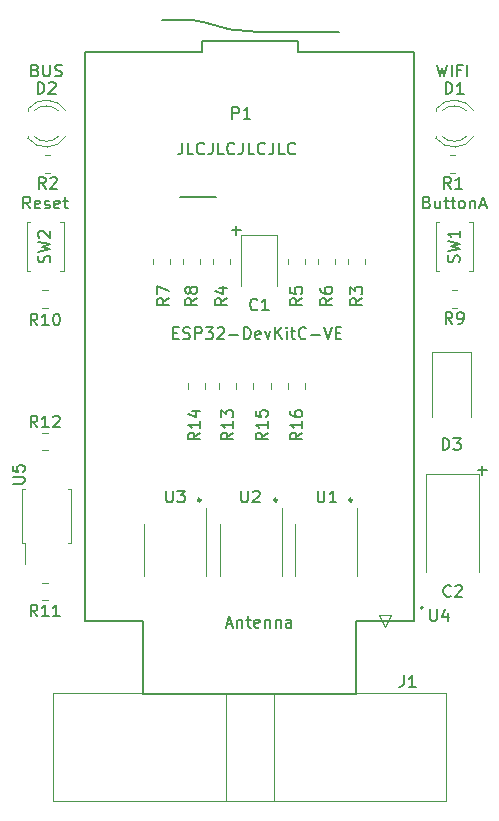
<source format=gbr>
%TF.GenerationSoftware,KiCad,Pcbnew,7.0.9*%
%TF.CreationDate,2024-01-05T00:29:13-06:00*%
%TF.ProjectId,FujiApple-DevKit-IDC-20,46756a69-4170-4706-9c65-2d4465764b69,1.0*%
%TF.SameCoordinates,Original*%
%TF.FileFunction,Legend,Top*%
%TF.FilePolarity,Positive*%
%FSLAX46Y46*%
G04 Gerber Fmt 4.6, Leading zero omitted, Abs format (unit mm)*
G04 Created by KiCad (PCBNEW 7.0.9) date 2024-01-05 00:29:13*
%MOMM*%
%LPD*%
G01*
G04 APERTURE LIST*
%ADD10C,0.225000*%
%ADD11C,0.150000*%
%ADD12C,0.200000*%
%ADD13C,0.120000*%
%ADD14C,0.127000*%
G04 APERTURE END LIST*
D10*
X163434500Y-114173000D02*
G75*
G03*
X163434500Y-114173000I-112500J0D01*
G01*
X157084500Y-114173000D02*
G75*
G03*
X157084500Y-114173000I-112500J0D01*
G01*
X150607500Y-114173000D02*
G75*
G03*
X150607500Y-114173000I-112500J0D01*
G01*
D11*
X153244779Y-91309866D02*
X154006684Y-91309866D01*
X153625731Y-91690819D02*
X153625731Y-90928914D01*
D12*
X149050951Y-83907219D02*
X149050951Y-84621504D01*
X149050951Y-84621504D02*
X149003332Y-84764361D01*
X149003332Y-84764361D02*
X148908094Y-84859600D01*
X148908094Y-84859600D02*
X148765237Y-84907219D01*
X148765237Y-84907219D02*
X148669999Y-84907219D01*
X150003332Y-84907219D02*
X149527142Y-84907219D01*
X149527142Y-84907219D02*
X149527142Y-83907219D01*
X150908094Y-84811980D02*
X150860475Y-84859600D01*
X150860475Y-84859600D02*
X150717618Y-84907219D01*
X150717618Y-84907219D02*
X150622380Y-84907219D01*
X150622380Y-84907219D02*
X150479523Y-84859600D01*
X150479523Y-84859600D02*
X150384285Y-84764361D01*
X150384285Y-84764361D02*
X150336666Y-84669123D01*
X150336666Y-84669123D02*
X150289047Y-84478647D01*
X150289047Y-84478647D02*
X150289047Y-84335790D01*
X150289047Y-84335790D02*
X150336666Y-84145314D01*
X150336666Y-84145314D02*
X150384285Y-84050076D01*
X150384285Y-84050076D02*
X150479523Y-83954838D01*
X150479523Y-83954838D02*
X150622380Y-83907219D01*
X150622380Y-83907219D02*
X150717618Y-83907219D01*
X150717618Y-83907219D02*
X150860475Y-83954838D01*
X150860475Y-83954838D02*
X150908094Y-84002457D01*
X151622380Y-83907219D02*
X151622380Y-84621504D01*
X151622380Y-84621504D02*
X151574761Y-84764361D01*
X151574761Y-84764361D02*
X151479523Y-84859600D01*
X151479523Y-84859600D02*
X151336666Y-84907219D01*
X151336666Y-84907219D02*
X151241428Y-84907219D01*
X152574761Y-84907219D02*
X152098571Y-84907219D01*
X152098571Y-84907219D02*
X152098571Y-83907219D01*
X153479523Y-84811980D02*
X153431904Y-84859600D01*
X153431904Y-84859600D02*
X153289047Y-84907219D01*
X153289047Y-84907219D02*
X153193809Y-84907219D01*
X153193809Y-84907219D02*
X153050952Y-84859600D01*
X153050952Y-84859600D02*
X152955714Y-84764361D01*
X152955714Y-84764361D02*
X152908095Y-84669123D01*
X152908095Y-84669123D02*
X152860476Y-84478647D01*
X152860476Y-84478647D02*
X152860476Y-84335790D01*
X152860476Y-84335790D02*
X152908095Y-84145314D01*
X152908095Y-84145314D02*
X152955714Y-84050076D01*
X152955714Y-84050076D02*
X153050952Y-83954838D01*
X153050952Y-83954838D02*
X153193809Y-83907219D01*
X153193809Y-83907219D02*
X153289047Y-83907219D01*
X153289047Y-83907219D02*
X153431904Y-83954838D01*
X153431904Y-83954838D02*
X153479523Y-84002457D01*
X154193809Y-83907219D02*
X154193809Y-84621504D01*
X154193809Y-84621504D02*
X154146190Y-84764361D01*
X154146190Y-84764361D02*
X154050952Y-84859600D01*
X154050952Y-84859600D02*
X153908095Y-84907219D01*
X153908095Y-84907219D02*
X153812857Y-84907219D01*
X155146190Y-84907219D02*
X154670000Y-84907219D01*
X154670000Y-84907219D02*
X154670000Y-83907219D01*
X156050952Y-84811980D02*
X156003333Y-84859600D01*
X156003333Y-84859600D02*
X155860476Y-84907219D01*
X155860476Y-84907219D02*
X155765238Y-84907219D01*
X155765238Y-84907219D02*
X155622381Y-84859600D01*
X155622381Y-84859600D02*
X155527143Y-84764361D01*
X155527143Y-84764361D02*
X155479524Y-84669123D01*
X155479524Y-84669123D02*
X155431905Y-84478647D01*
X155431905Y-84478647D02*
X155431905Y-84335790D01*
X155431905Y-84335790D02*
X155479524Y-84145314D01*
X155479524Y-84145314D02*
X155527143Y-84050076D01*
X155527143Y-84050076D02*
X155622381Y-83954838D01*
X155622381Y-83954838D02*
X155765238Y-83907219D01*
X155765238Y-83907219D02*
X155860476Y-83907219D01*
X155860476Y-83907219D02*
X156003333Y-83954838D01*
X156003333Y-83954838D02*
X156050952Y-84002457D01*
X156765238Y-83907219D02*
X156765238Y-84621504D01*
X156765238Y-84621504D02*
X156717619Y-84764361D01*
X156717619Y-84764361D02*
X156622381Y-84859600D01*
X156622381Y-84859600D02*
X156479524Y-84907219D01*
X156479524Y-84907219D02*
X156384286Y-84907219D01*
X157717619Y-84907219D02*
X157241429Y-84907219D01*
X157241429Y-84907219D02*
X157241429Y-83907219D01*
X158622381Y-84811980D02*
X158574762Y-84859600D01*
X158574762Y-84859600D02*
X158431905Y-84907219D01*
X158431905Y-84907219D02*
X158336667Y-84907219D01*
X158336667Y-84907219D02*
X158193810Y-84859600D01*
X158193810Y-84859600D02*
X158098572Y-84764361D01*
X158098572Y-84764361D02*
X158050953Y-84669123D01*
X158050953Y-84669123D02*
X158003334Y-84478647D01*
X158003334Y-84478647D02*
X158003334Y-84335790D01*
X158003334Y-84335790D02*
X158050953Y-84145314D01*
X158050953Y-84145314D02*
X158098572Y-84050076D01*
X158098572Y-84050076D02*
X158193810Y-83954838D01*
X158193810Y-83954838D02*
X158336667Y-83907219D01*
X158336667Y-83907219D02*
X158431905Y-83907219D01*
X158431905Y-83907219D02*
X158574762Y-83954838D01*
X158574762Y-83954838D02*
X158622381Y-84002457D01*
D11*
X174072779Y-111629866D02*
X174834684Y-111629866D01*
X174453731Y-112010819D02*
X174453731Y-111248914D01*
X152816160Y-124679104D02*
X153292350Y-124679104D01*
X152720922Y-124964819D02*
X153054255Y-123964819D01*
X153054255Y-123964819D02*
X153387588Y-124964819D01*
X153720922Y-124298152D02*
X153720922Y-124964819D01*
X153720922Y-124393390D02*
X153768541Y-124345771D01*
X153768541Y-124345771D02*
X153863779Y-124298152D01*
X153863779Y-124298152D02*
X154006636Y-124298152D01*
X154006636Y-124298152D02*
X154101874Y-124345771D01*
X154101874Y-124345771D02*
X154149493Y-124441009D01*
X154149493Y-124441009D02*
X154149493Y-124964819D01*
X154482827Y-124298152D02*
X154863779Y-124298152D01*
X154625684Y-123964819D02*
X154625684Y-124821961D01*
X154625684Y-124821961D02*
X154673303Y-124917200D01*
X154673303Y-124917200D02*
X154768541Y-124964819D01*
X154768541Y-124964819D02*
X154863779Y-124964819D01*
X155578065Y-124917200D02*
X155482827Y-124964819D01*
X155482827Y-124964819D02*
X155292351Y-124964819D01*
X155292351Y-124964819D02*
X155197113Y-124917200D01*
X155197113Y-124917200D02*
X155149494Y-124821961D01*
X155149494Y-124821961D02*
X155149494Y-124441009D01*
X155149494Y-124441009D02*
X155197113Y-124345771D01*
X155197113Y-124345771D02*
X155292351Y-124298152D01*
X155292351Y-124298152D02*
X155482827Y-124298152D01*
X155482827Y-124298152D02*
X155578065Y-124345771D01*
X155578065Y-124345771D02*
X155625684Y-124441009D01*
X155625684Y-124441009D02*
X155625684Y-124536247D01*
X155625684Y-124536247D02*
X155149494Y-124631485D01*
X156054256Y-124298152D02*
X156054256Y-124964819D01*
X156054256Y-124393390D02*
X156101875Y-124345771D01*
X156101875Y-124345771D02*
X156197113Y-124298152D01*
X156197113Y-124298152D02*
X156339970Y-124298152D01*
X156339970Y-124298152D02*
X156435208Y-124345771D01*
X156435208Y-124345771D02*
X156482827Y-124441009D01*
X156482827Y-124441009D02*
X156482827Y-124964819D01*
X156959018Y-124298152D02*
X156959018Y-124964819D01*
X156959018Y-124393390D02*
X157006637Y-124345771D01*
X157006637Y-124345771D02*
X157101875Y-124298152D01*
X157101875Y-124298152D02*
X157244732Y-124298152D01*
X157244732Y-124298152D02*
X157339970Y-124345771D01*
X157339970Y-124345771D02*
X157387589Y-124441009D01*
X157387589Y-124441009D02*
X157387589Y-124964819D01*
X158292351Y-124964819D02*
X158292351Y-124441009D01*
X158292351Y-124441009D02*
X158244732Y-124345771D01*
X158244732Y-124345771D02*
X158149494Y-124298152D01*
X158149494Y-124298152D02*
X157959018Y-124298152D01*
X157959018Y-124298152D02*
X157863780Y-124345771D01*
X158292351Y-124917200D02*
X158197113Y-124964819D01*
X158197113Y-124964819D02*
X157959018Y-124964819D01*
X157959018Y-124964819D02*
X157863780Y-124917200D01*
X157863780Y-124917200D02*
X157816161Y-124821961D01*
X157816161Y-124821961D02*
X157816161Y-124726723D01*
X157816161Y-124726723D02*
X157863780Y-124631485D01*
X157863780Y-124631485D02*
X157959018Y-124583866D01*
X157959018Y-124583866D02*
X158197113Y-124583866D01*
X158197113Y-124583866D02*
X158292351Y-124536247D01*
X136787142Y-108024819D02*
X136453809Y-107548628D01*
X136215714Y-108024819D02*
X136215714Y-107024819D01*
X136215714Y-107024819D02*
X136596666Y-107024819D01*
X136596666Y-107024819D02*
X136691904Y-107072438D01*
X136691904Y-107072438D02*
X136739523Y-107120057D01*
X136739523Y-107120057D02*
X136787142Y-107215295D01*
X136787142Y-107215295D02*
X136787142Y-107358152D01*
X136787142Y-107358152D02*
X136739523Y-107453390D01*
X136739523Y-107453390D02*
X136691904Y-107501009D01*
X136691904Y-107501009D02*
X136596666Y-107548628D01*
X136596666Y-107548628D02*
X136215714Y-107548628D01*
X137739523Y-108024819D02*
X137168095Y-108024819D01*
X137453809Y-108024819D02*
X137453809Y-107024819D01*
X137453809Y-107024819D02*
X137358571Y-107167676D01*
X137358571Y-107167676D02*
X137263333Y-107262914D01*
X137263333Y-107262914D02*
X137168095Y-107310533D01*
X138120476Y-107120057D02*
X138168095Y-107072438D01*
X138168095Y-107072438D02*
X138263333Y-107024819D01*
X138263333Y-107024819D02*
X138501428Y-107024819D01*
X138501428Y-107024819D02*
X138596666Y-107072438D01*
X138596666Y-107072438D02*
X138644285Y-107120057D01*
X138644285Y-107120057D02*
X138691904Y-107215295D01*
X138691904Y-107215295D02*
X138691904Y-107310533D01*
X138691904Y-107310533D02*
X138644285Y-107453390D01*
X138644285Y-107453390D02*
X138072857Y-108024819D01*
X138072857Y-108024819D02*
X138691904Y-108024819D01*
X171092905Y-109928819D02*
X171092905Y-108928819D01*
X171092905Y-108928819D02*
X171331000Y-108928819D01*
X171331000Y-108928819D02*
X171473857Y-108976438D01*
X171473857Y-108976438D02*
X171569095Y-109071676D01*
X171569095Y-109071676D02*
X171616714Y-109166914D01*
X171616714Y-109166914D02*
X171664333Y-109357390D01*
X171664333Y-109357390D02*
X171664333Y-109500247D01*
X171664333Y-109500247D02*
X171616714Y-109690723D01*
X171616714Y-109690723D02*
X171569095Y-109785961D01*
X171569095Y-109785961D02*
X171473857Y-109881200D01*
X171473857Y-109881200D02*
X171331000Y-109928819D01*
X171331000Y-109928819D02*
X171092905Y-109928819D01*
X171997667Y-108928819D02*
X172616714Y-108928819D01*
X172616714Y-108928819D02*
X172283381Y-109309771D01*
X172283381Y-109309771D02*
X172426238Y-109309771D01*
X172426238Y-109309771D02*
X172521476Y-109357390D01*
X172521476Y-109357390D02*
X172569095Y-109405009D01*
X172569095Y-109405009D02*
X172616714Y-109500247D01*
X172616714Y-109500247D02*
X172616714Y-109738342D01*
X172616714Y-109738342D02*
X172569095Y-109833580D01*
X172569095Y-109833580D02*
X172521476Y-109881200D01*
X172521476Y-109881200D02*
X172426238Y-109928819D01*
X172426238Y-109928819D02*
X172140524Y-109928819D01*
X172140524Y-109928819D02*
X172045286Y-109881200D01*
X172045286Y-109881200D02*
X171997667Y-109833580D01*
X155408333Y-98022580D02*
X155360714Y-98070200D01*
X155360714Y-98070200D02*
X155217857Y-98117819D01*
X155217857Y-98117819D02*
X155122619Y-98117819D01*
X155122619Y-98117819D02*
X154979762Y-98070200D01*
X154979762Y-98070200D02*
X154884524Y-97974961D01*
X154884524Y-97974961D02*
X154836905Y-97879723D01*
X154836905Y-97879723D02*
X154789286Y-97689247D01*
X154789286Y-97689247D02*
X154789286Y-97546390D01*
X154789286Y-97546390D02*
X154836905Y-97355914D01*
X154836905Y-97355914D02*
X154884524Y-97260676D01*
X154884524Y-97260676D02*
X154979762Y-97165438D01*
X154979762Y-97165438D02*
X155122619Y-97117819D01*
X155122619Y-97117819D02*
X155217857Y-97117819D01*
X155217857Y-97117819D02*
X155360714Y-97165438D01*
X155360714Y-97165438D02*
X155408333Y-97213057D01*
X156360714Y-98117819D02*
X155789286Y-98117819D01*
X156075000Y-98117819D02*
X156075000Y-97117819D01*
X156075000Y-97117819D02*
X155979762Y-97260676D01*
X155979762Y-97260676D02*
X155884524Y-97355914D01*
X155884524Y-97355914D02*
X155789286Y-97403533D01*
X152854819Y-97067666D02*
X152378628Y-97400999D01*
X152854819Y-97639094D02*
X151854819Y-97639094D01*
X151854819Y-97639094D02*
X151854819Y-97258142D01*
X151854819Y-97258142D02*
X151902438Y-97162904D01*
X151902438Y-97162904D02*
X151950057Y-97115285D01*
X151950057Y-97115285D02*
X152045295Y-97067666D01*
X152045295Y-97067666D02*
X152188152Y-97067666D01*
X152188152Y-97067666D02*
X152283390Y-97115285D01*
X152283390Y-97115285D02*
X152331009Y-97162904D01*
X152331009Y-97162904D02*
X152378628Y-97258142D01*
X152378628Y-97258142D02*
X152378628Y-97639094D01*
X152188152Y-96210523D02*
X152854819Y-96210523D01*
X151807200Y-96448618D02*
X152521485Y-96686713D01*
X152521485Y-96686713D02*
X152521485Y-96067666D01*
X137485333Y-87829819D02*
X137152000Y-87353628D01*
X136913905Y-87829819D02*
X136913905Y-86829819D01*
X136913905Y-86829819D02*
X137294857Y-86829819D01*
X137294857Y-86829819D02*
X137390095Y-86877438D01*
X137390095Y-86877438D02*
X137437714Y-86925057D01*
X137437714Y-86925057D02*
X137485333Y-87020295D01*
X137485333Y-87020295D02*
X137485333Y-87163152D01*
X137485333Y-87163152D02*
X137437714Y-87258390D01*
X137437714Y-87258390D02*
X137390095Y-87306009D01*
X137390095Y-87306009D02*
X137294857Y-87353628D01*
X137294857Y-87353628D02*
X136913905Y-87353628D01*
X137866286Y-86925057D02*
X137913905Y-86877438D01*
X137913905Y-86877438D02*
X138009143Y-86829819D01*
X138009143Y-86829819D02*
X138247238Y-86829819D01*
X138247238Y-86829819D02*
X138342476Y-86877438D01*
X138342476Y-86877438D02*
X138390095Y-86925057D01*
X138390095Y-86925057D02*
X138437714Y-87020295D01*
X138437714Y-87020295D02*
X138437714Y-87115533D01*
X138437714Y-87115533D02*
X138390095Y-87258390D01*
X138390095Y-87258390D02*
X137818667Y-87829819D01*
X137818667Y-87829819D02*
X138437714Y-87829819D01*
X147701095Y-113373819D02*
X147701095Y-114183342D01*
X147701095Y-114183342D02*
X147748714Y-114278580D01*
X147748714Y-114278580D02*
X147796333Y-114326200D01*
X147796333Y-114326200D02*
X147891571Y-114373819D01*
X147891571Y-114373819D02*
X148082047Y-114373819D01*
X148082047Y-114373819D02*
X148177285Y-114326200D01*
X148177285Y-114326200D02*
X148224904Y-114278580D01*
X148224904Y-114278580D02*
X148272523Y-114183342D01*
X148272523Y-114183342D02*
X148272523Y-113373819D01*
X148653476Y-113373819D02*
X149272523Y-113373819D01*
X149272523Y-113373819D02*
X148939190Y-113754771D01*
X148939190Y-113754771D02*
X149082047Y-113754771D01*
X149082047Y-113754771D02*
X149177285Y-113802390D01*
X149177285Y-113802390D02*
X149224904Y-113850009D01*
X149224904Y-113850009D02*
X149272523Y-113945247D01*
X149272523Y-113945247D02*
X149272523Y-114183342D01*
X149272523Y-114183342D02*
X149224904Y-114278580D01*
X149224904Y-114278580D02*
X149177285Y-114326200D01*
X149177285Y-114326200D02*
X149082047Y-114373819D01*
X149082047Y-114373819D02*
X148796333Y-114373819D01*
X148796333Y-114373819D02*
X148701095Y-114326200D01*
X148701095Y-114326200D02*
X148653476Y-114278580D01*
X136787142Y-124024819D02*
X136453809Y-123548628D01*
X136215714Y-124024819D02*
X136215714Y-123024819D01*
X136215714Y-123024819D02*
X136596666Y-123024819D01*
X136596666Y-123024819D02*
X136691904Y-123072438D01*
X136691904Y-123072438D02*
X136739523Y-123120057D01*
X136739523Y-123120057D02*
X136787142Y-123215295D01*
X136787142Y-123215295D02*
X136787142Y-123358152D01*
X136787142Y-123358152D02*
X136739523Y-123453390D01*
X136739523Y-123453390D02*
X136691904Y-123501009D01*
X136691904Y-123501009D02*
X136596666Y-123548628D01*
X136596666Y-123548628D02*
X136215714Y-123548628D01*
X137739523Y-124024819D02*
X137168095Y-124024819D01*
X137453809Y-124024819D02*
X137453809Y-123024819D01*
X137453809Y-123024819D02*
X137358571Y-123167676D01*
X137358571Y-123167676D02*
X137263333Y-123262914D01*
X137263333Y-123262914D02*
X137168095Y-123310533D01*
X138691904Y-124024819D02*
X138120476Y-124024819D01*
X138406190Y-124024819D02*
X138406190Y-123024819D01*
X138406190Y-123024819D02*
X138310952Y-123167676D01*
X138310952Y-123167676D02*
X138215714Y-123262914D01*
X138215714Y-123262914D02*
X138120476Y-123310533D01*
X154051095Y-113373819D02*
X154051095Y-114183342D01*
X154051095Y-114183342D02*
X154098714Y-114278580D01*
X154098714Y-114278580D02*
X154146333Y-114326200D01*
X154146333Y-114326200D02*
X154241571Y-114373819D01*
X154241571Y-114373819D02*
X154432047Y-114373819D01*
X154432047Y-114373819D02*
X154527285Y-114326200D01*
X154527285Y-114326200D02*
X154574904Y-114278580D01*
X154574904Y-114278580D02*
X154622523Y-114183342D01*
X154622523Y-114183342D02*
X154622523Y-113373819D01*
X155051095Y-113469057D02*
X155098714Y-113421438D01*
X155098714Y-113421438D02*
X155193952Y-113373819D01*
X155193952Y-113373819D02*
X155432047Y-113373819D01*
X155432047Y-113373819D02*
X155527285Y-113421438D01*
X155527285Y-113421438D02*
X155574904Y-113469057D01*
X155574904Y-113469057D02*
X155622523Y-113564295D01*
X155622523Y-113564295D02*
X155622523Y-113659533D01*
X155622523Y-113659533D02*
X155574904Y-113802390D01*
X155574904Y-113802390D02*
X155003476Y-114373819D01*
X155003476Y-114373819D02*
X155622523Y-114373819D01*
X147901819Y-97067666D02*
X147425628Y-97400999D01*
X147901819Y-97639094D02*
X146901819Y-97639094D01*
X146901819Y-97639094D02*
X146901819Y-97258142D01*
X146901819Y-97258142D02*
X146949438Y-97162904D01*
X146949438Y-97162904D02*
X146997057Y-97115285D01*
X146997057Y-97115285D02*
X147092295Y-97067666D01*
X147092295Y-97067666D02*
X147235152Y-97067666D01*
X147235152Y-97067666D02*
X147330390Y-97115285D01*
X147330390Y-97115285D02*
X147378009Y-97162904D01*
X147378009Y-97162904D02*
X147425628Y-97258142D01*
X147425628Y-97258142D02*
X147425628Y-97639094D01*
X146901819Y-96734332D02*
X146901819Y-96067666D01*
X146901819Y-96067666D02*
X147901819Y-96496237D01*
X171918333Y-99259819D02*
X171585000Y-98783628D01*
X171346905Y-99259819D02*
X171346905Y-98259819D01*
X171346905Y-98259819D02*
X171727857Y-98259819D01*
X171727857Y-98259819D02*
X171823095Y-98307438D01*
X171823095Y-98307438D02*
X171870714Y-98355057D01*
X171870714Y-98355057D02*
X171918333Y-98450295D01*
X171918333Y-98450295D02*
X171918333Y-98593152D01*
X171918333Y-98593152D02*
X171870714Y-98688390D01*
X171870714Y-98688390D02*
X171823095Y-98736009D01*
X171823095Y-98736009D02*
X171727857Y-98783628D01*
X171727857Y-98783628D02*
X171346905Y-98783628D01*
X172394524Y-99259819D02*
X172585000Y-99259819D01*
X172585000Y-99259819D02*
X172680238Y-99212200D01*
X172680238Y-99212200D02*
X172727857Y-99164580D01*
X172727857Y-99164580D02*
X172823095Y-99021723D01*
X172823095Y-99021723D02*
X172870714Y-98831247D01*
X172870714Y-98831247D02*
X172870714Y-98450295D01*
X172870714Y-98450295D02*
X172823095Y-98355057D01*
X172823095Y-98355057D02*
X172775476Y-98307438D01*
X172775476Y-98307438D02*
X172680238Y-98259819D01*
X172680238Y-98259819D02*
X172489762Y-98259819D01*
X172489762Y-98259819D02*
X172394524Y-98307438D01*
X172394524Y-98307438D02*
X172346905Y-98355057D01*
X172346905Y-98355057D02*
X172299286Y-98450295D01*
X172299286Y-98450295D02*
X172299286Y-98688390D01*
X172299286Y-98688390D02*
X172346905Y-98783628D01*
X172346905Y-98783628D02*
X172394524Y-98831247D01*
X172394524Y-98831247D02*
X172489762Y-98878866D01*
X172489762Y-98878866D02*
X172680238Y-98878866D01*
X172680238Y-98878866D02*
X172775476Y-98831247D01*
X172775476Y-98831247D02*
X172823095Y-98783628D01*
X172823095Y-98783628D02*
X172870714Y-98688390D01*
X159204819Y-97067666D02*
X158728628Y-97400999D01*
X159204819Y-97639094D02*
X158204819Y-97639094D01*
X158204819Y-97639094D02*
X158204819Y-97258142D01*
X158204819Y-97258142D02*
X158252438Y-97162904D01*
X158252438Y-97162904D02*
X158300057Y-97115285D01*
X158300057Y-97115285D02*
X158395295Y-97067666D01*
X158395295Y-97067666D02*
X158538152Y-97067666D01*
X158538152Y-97067666D02*
X158633390Y-97115285D01*
X158633390Y-97115285D02*
X158681009Y-97162904D01*
X158681009Y-97162904D02*
X158728628Y-97258142D01*
X158728628Y-97258142D02*
X158728628Y-97639094D01*
X158204819Y-96162904D02*
X158204819Y-96639094D01*
X158204819Y-96639094D02*
X158681009Y-96686713D01*
X158681009Y-96686713D02*
X158633390Y-96639094D01*
X158633390Y-96639094D02*
X158585771Y-96543856D01*
X158585771Y-96543856D02*
X158585771Y-96305761D01*
X158585771Y-96305761D02*
X158633390Y-96210523D01*
X158633390Y-96210523D02*
X158681009Y-96162904D01*
X158681009Y-96162904D02*
X158776247Y-96115285D01*
X158776247Y-96115285D02*
X159014342Y-96115285D01*
X159014342Y-96115285D02*
X159109580Y-96162904D01*
X159109580Y-96162904D02*
X159157200Y-96210523D01*
X159157200Y-96210523D02*
X159204819Y-96305761D01*
X159204819Y-96305761D02*
X159204819Y-96543856D01*
X159204819Y-96543856D02*
X159157200Y-96639094D01*
X159157200Y-96639094D02*
X159109580Y-96686713D01*
X136787142Y-99387819D02*
X136453809Y-98911628D01*
X136215714Y-99387819D02*
X136215714Y-98387819D01*
X136215714Y-98387819D02*
X136596666Y-98387819D01*
X136596666Y-98387819D02*
X136691904Y-98435438D01*
X136691904Y-98435438D02*
X136739523Y-98483057D01*
X136739523Y-98483057D02*
X136787142Y-98578295D01*
X136787142Y-98578295D02*
X136787142Y-98721152D01*
X136787142Y-98721152D02*
X136739523Y-98816390D01*
X136739523Y-98816390D02*
X136691904Y-98864009D01*
X136691904Y-98864009D02*
X136596666Y-98911628D01*
X136596666Y-98911628D02*
X136215714Y-98911628D01*
X137739523Y-99387819D02*
X137168095Y-99387819D01*
X137453809Y-99387819D02*
X137453809Y-98387819D01*
X137453809Y-98387819D02*
X137358571Y-98530676D01*
X137358571Y-98530676D02*
X137263333Y-98625914D01*
X137263333Y-98625914D02*
X137168095Y-98673533D01*
X138358571Y-98387819D02*
X138453809Y-98387819D01*
X138453809Y-98387819D02*
X138549047Y-98435438D01*
X138549047Y-98435438D02*
X138596666Y-98483057D01*
X138596666Y-98483057D02*
X138644285Y-98578295D01*
X138644285Y-98578295D02*
X138691904Y-98768771D01*
X138691904Y-98768771D02*
X138691904Y-99006866D01*
X138691904Y-99006866D02*
X138644285Y-99197342D01*
X138644285Y-99197342D02*
X138596666Y-99292580D01*
X138596666Y-99292580D02*
X138549047Y-99340200D01*
X138549047Y-99340200D02*
X138453809Y-99387819D01*
X138453809Y-99387819D02*
X138358571Y-99387819D01*
X138358571Y-99387819D02*
X138263333Y-99340200D01*
X138263333Y-99340200D02*
X138215714Y-99292580D01*
X138215714Y-99292580D02*
X138168095Y-99197342D01*
X138168095Y-99197342D02*
X138120476Y-99006866D01*
X138120476Y-99006866D02*
X138120476Y-98768771D01*
X138120476Y-98768771D02*
X138168095Y-98578295D01*
X138168095Y-98578295D02*
X138215714Y-98483057D01*
X138215714Y-98483057D02*
X138263333Y-98435438D01*
X138263333Y-98435438D02*
X138358571Y-98387819D01*
X156283819Y-108465857D02*
X155807628Y-108799190D01*
X156283819Y-109037285D02*
X155283819Y-109037285D01*
X155283819Y-109037285D02*
X155283819Y-108656333D01*
X155283819Y-108656333D02*
X155331438Y-108561095D01*
X155331438Y-108561095D02*
X155379057Y-108513476D01*
X155379057Y-108513476D02*
X155474295Y-108465857D01*
X155474295Y-108465857D02*
X155617152Y-108465857D01*
X155617152Y-108465857D02*
X155712390Y-108513476D01*
X155712390Y-108513476D02*
X155760009Y-108561095D01*
X155760009Y-108561095D02*
X155807628Y-108656333D01*
X155807628Y-108656333D02*
X155807628Y-109037285D01*
X156283819Y-107513476D02*
X156283819Y-108084904D01*
X156283819Y-107799190D02*
X155283819Y-107799190D01*
X155283819Y-107799190D02*
X155426676Y-107894428D01*
X155426676Y-107894428D02*
X155521914Y-107989666D01*
X155521914Y-107989666D02*
X155569533Y-108084904D01*
X155283819Y-106608714D02*
X155283819Y-107084904D01*
X155283819Y-107084904D02*
X155760009Y-107132523D01*
X155760009Y-107132523D02*
X155712390Y-107084904D01*
X155712390Y-107084904D02*
X155664771Y-106989666D01*
X155664771Y-106989666D02*
X155664771Y-106751571D01*
X155664771Y-106751571D02*
X155712390Y-106656333D01*
X155712390Y-106656333D02*
X155760009Y-106608714D01*
X155760009Y-106608714D02*
X155855247Y-106561095D01*
X155855247Y-106561095D02*
X156093342Y-106561095D01*
X156093342Y-106561095D02*
X156188580Y-106608714D01*
X156188580Y-106608714D02*
X156236200Y-106656333D01*
X156236200Y-106656333D02*
X156283819Y-106751571D01*
X156283819Y-106751571D02*
X156283819Y-106989666D01*
X156283819Y-106989666D02*
X156236200Y-107084904D01*
X156236200Y-107084904D02*
X156188580Y-107132523D01*
X150314819Y-97067666D02*
X149838628Y-97400999D01*
X150314819Y-97639094D02*
X149314819Y-97639094D01*
X149314819Y-97639094D02*
X149314819Y-97258142D01*
X149314819Y-97258142D02*
X149362438Y-97162904D01*
X149362438Y-97162904D02*
X149410057Y-97115285D01*
X149410057Y-97115285D02*
X149505295Y-97067666D01*
X149505295Y-97067666D02*
X149648152Y-97067666D01*
X149648152Y-97067666D02*
X149743390Y-97115285D01*
X149743390Y-97115285D02*
X149791009Y-97162904D01*
X149791009Y-97162904D02*
X149838628Y-97258142D01*
X149838628Y-97258142D02*
X149838628Y-97639094D01*
X149743390Y-96496237D02*
X149695771Y-96591475D01*
X149695771Y-96591475D02*
X149648152Y-96639094D01*
X149648152Y-96639094D02*
X149552914Y-96686713D01*
X149552914Y-96686713D02*
X149505295Y-96686713D01*
X149505295Y-96686713D02*
X149410057Y-96639094D01*
X149410057Y-96639094D02*
X149362438Y-96591475D01*
X149362438Y-96591475D02*
X149314819Y-96496237D01*
X149314819Y-96496237D02*
X149314819Y-96305761D01*
X149314819Y-96305761D02*
X149362438Y-96210523D01*
X149362438Y-96210523D02*
X149410057Y-96162904D01*
X149410057Y-96162904D02*
X149505295Y-96115285D01*
X149505295Y-96115285D02*
X149552914Y-96115285D01*
X149552914Y-96115285D02*
X149648152Y-96162904D01*
X149648152Y-96162904D02*
X149695771Y-96210523D01*
X149695771Y-96210523D02*
X149743390Y-96305761D01*
X149743390Y-96305761D02*
X149743390Y-96496237D01*
X149743390Y-96496237D02*
X149791009Y-96591475D01*
X149791009Y-96591475D02*
X149838628Y-96639094D01*
X149838628Y-96639094D02*
X149933866Y-96686713D01*
X149933866Y-96686713D02*
X150124342Y-96686713D01*
X150124342Y-96686713D02*
X150219580Y-96639094D01*
X150219580Y-96639094D02*
X150267200Y-96591475D01*
X150267200Y-96591475D02*
X150314819Y-96496237D01*
X150314819Y-96496237D02*
X150314819Y-96305761D01*
X150314819Y-96305761D02*
X150267200Y-96210523D01*
X150267200Y-96210523D02*
X150219580Y-96162904D01*
X150219580Y-96162904D02*
X150124342Y-96115285D01*
X150124342Y-96115285D02*
X149933866Y-96115285D01*
X149933866Y-96115285D02*
X149838628Y-96162904D01*
X149838628Y-96162904D02*
X149791009Y-96210523D01*
X149791009Y-96210523D02*
X149743390Y-96305761D01*
X170053095Y-123406819D02*
X170053095Y-124216342D01*
X170053095Y-124216342D02*
X170100714Y-124311580D01*
X170100714Y-124311580D02*
X170148333Y-124359200D01*
X170148333Y-124359200D02*
X170243571Y-124406819D01*
X170243571Y-124406819D02*
X170434047Y-124406819D01*
X170434047Y-124406819D02*
X170529285Y-124359200D01*
X170529285Y-124359200D02*
X170576904Y-124311580D01*
X170576904Y-124311580D02*
X170624523Y-124216342D01*
X170624523Y-124216342D02*
X170624523Y-123406819D01*
X171529285Y-123740152D02*
X171529285Y-124406819D01*
X171291190Y-123359200D02*
X171053095Y-124073485D01*
X171053095Y-124073485D02*
X171672142Y-124073485D01*
X148284762Y-100021009D02*
X148618095Y-100021009D01*
X148760952Y-100544819D02*
X148284762Y-100544819D01*
X148284762Y-100544819D02*
X148284762Y-99544819D01*
X148284762Y-99544819D02*
X148760952Y-99544819D01*
X149141905Y-100497200D02*
X149284762Y-100544819D01*
X149284762Y-100544819D02*
X149522857Y-100544819D01*
X149522857Y-100544819D02*
X149618095Y-100497200D01*
X149618095Y-100497200D02*
X149665714Y-100449580D01*
X149665714Y-100449580D02*
X149713333Y-100354342D01*
X149713333Y-100354342D02*
X149713333Y-100259104D01*
X149713333Y-100259104D02*
X149665714Y-100163866D01*
X149665714Y-100163866D02*
X149618095Y-100116247D01*
X149618095Y-100116247D02*
X149522857Y-100068628D01*
X149522857Y-100068628D02*
X149332381Y-100021009D01*
X149332381Y-100021009D02*
X149237143Y-99973390D01*
X149237143Y-99973390D02*
X149189524Y-99925771D01*
X149189524Y-99925771D02*
X149141905Y-99830533D01*
X149141905Y-99830533D02*
X149141905Y-99735295D01*
X149141905Y-99735295D02*
X149189524Y-99640057D01*
X149189524Y-99640057D02*
X149237143Y-99592438D01*
X149237143Y-99592438D02*
X149332381Y-99544819D01*
X149332381Y-99544819D02*
X149570476Y-99544819D01*
X149570476Y-99544819D02*
X149713333Y-99592438D01*
X150141905Y-100544819D02*
X150141905Y-99544819D01*
X150141905Y-99544819D02*
X150522857Y-99544819D01*
X150522857Y-99544819D02*
X150618095Y-99592438D01*
X150618095Y-99592438D02*
X150665714Y-99640057D01*
X150665714Y-99640057D02*
X150713333Y-99735295D01*
X150713333Y-99735295D02*
X150713333Y-99878152D01*
X150713333Y-99878152D02*
X150665714Y-99973390D01*
X150665714Y-99973390D02*
X150618095Y-100021009D01*
X150618095Y-100021009D02*
X150522857Y-100068628D01*
X150522857Y-100068628D02*
X150141905Y-100068628D01*
X151046667Y-99544819D02*
X151665714Y-99544819D01*
X151665714Y-99544819D02*
X151332381Y-99925771D01*
X151332381Y-99925771D02*
X151475238Y-99925771D01*
X151475238Y-99925771D02*
X151570476Y-99973390D01*
X151570476Y-99973390D02*
X151618095Y-100021009D01*
X151618095Y-100021009D02*
X151665714Y-100116247D01*
X151665714Y-100116247D02*
X151665714Y-100354342D01*
X151665714Y-100354342D02*
X151618095Y-100449580D01*
X151618095Y-100449580D02*
X151570476Y-100497200D01*
X151570476Y-100497200D02*
X151475238Y-100544819D01*
X151475238Y-100544819D02*
X151189524Y-100544819D01*
X151189524Y-100544819D02*
X151094286Y-100497200D01*
X151094286Y-100497200D02*
X151046667Y-100449580D01*
X152046667Y-99640057D02*
X152094286Y-99592438D01*
X152094286Y-99592438D02*
X152189524Y-99544819D01*
X152189524Y-99544819D02*
X152427619Y-99544819D01*
X152427619Y-99544819D02*
X152522857Y-99592438D01*
X152522857Y-99592438D02*
X152570476Y-99640057D01*
X152570476Y-99640057D02*
X152618095Y-99735295D01*
X152618095Y-99735295D02*
X152618095Y-99830533D01*
X152618095Y-99830533D02*
X152570476Y-99973390D01*
X152570476Y-99973390D02*
X151999048Y-100544819D01*
X151999048Y-100544819D02*
X152618095Y-100544819D01*
X153046667Y-100163866D02*
X153808572Y-100163866D01*
X154284762Y-100544819D02*
X154284762Y-99544819D01*
X154284762Y-99544819D02*
X154522857Y-99544819D01*
X154522857Y-99544819D02*
X154665714Y-99592438D01*
X154665714Y-99592438D02*
X154760952Y-99687676D01*
X154760952Y-99687676D02*
X154808571Y-99782914D01*
X154808571Y-99782914D02*
X154856190Y-99973390D01*
X154856190Y-99973390D02*
X154856190Y-100116247D01*
X154856190Y-100116247D02*
X154808571Y-100306723D01*
X154808571Y-100306723D02*
X154760952Y-100401961D01*
X154760952Y-100401961D02*
X154665714Y-100497200D01*
X154665714Y-100497200D02*
X154522857Y-100544819D01*
X154522857Y-100544819D02*
X154284762Y-100544819D01*
X155665714Y-100497200D02*
X155570476Y-100544819D01*
X155570476Y-100544819D02*
X155380000Y-100544819D01*
X155380000Y-100544819D02*
X155284762Y-100497200D01*
X155284762Y-100497200D02*
X155237143Y-100401961D01*
X155237143Y-100401961D02*
X155237143Y-100021009D01*
X155237143Y-100021009D02*
X155284762Y-99925771D01*
X155284762Y-99925771D02*
X155380000Y-99878152D01*
X155380000Y-99878152D02*
X155570476Y-99878152D01*
X155570476Y-99878152D02*
X155665714Y-99925771D01*
X155665714Y-99925771D02*
X155713333Y-100021009D01*
X155713333Y-100021009D02*
X155713333Y-100116247D01*
X155713333Y-100116247D02*
X155237143Y-100211485D01*
X156046667Y-99878152D02*
X156284762Y-100544819D01*
X156284762Y-100544819D02*
X156522857Y-99878152D01*
X156903810Y-100544819D02*
X156903810Y-99544819D01*
X157475238Y-100544819D02*
X157046667Y-99973390D01*
X157475238Y-99544819D02*
X156903810Y-100116247D01*
X157903810Y-100544819D02*
X157903810Y-99878152D01*
X157903810Y-99544819D02*
X157856191Y-99592438D01*
X157856191Y-99592438D02*
X157903810Y-99640057D01*
X157903810Y-99640057D02*
X157951429Y-99592438D01*
X157951429Y-99592438D02*
X157903810Y-99544819D01*
X157903810Y-99544819D02*
X157903810Y-99640057D01*
X158237143Y-99878152D02*
X158618095Y-99878152D01*
X158380000Y-99544819D02*
X158380000Y-100401961D01*
X158380000Y-100401961D02*
X158427619Y-100497200D01*
X158427619Y-100497200D02*
X158522857Y-100544819D01*
X158522857Y-100544819D02*
X158618095Y-100544819D01*
X159522857Y-100449580D02*
X159475238Y-100497200D01*
X159475238Y-100497200D02*
X159332381Y-100544819D01*
X159332381Y-100544819D02*
X159237143Y-100544819D01*
X159237143Y-100544819D02*
X159094286Y-100497200D01*
X159094286Y-100497200D02*
X158999048Y-100401961D01*
X158999048Y-100401961D02*
X158951429Y-100306723D01*
X158951429Y-100306723D02*
X158903810Y-100116247D01*
X158903810Y-100116247D02*
X158903810Y-99973390D01*
X158903810Y-99973390D02*
X158951429Y-99782914D01*
X158951429Y-99782914D02*
X158999048Y-99687676D01*
X158999048Y-99687676D02*
X159094286Y-99592438D01*
X159094286Y-99592438D02*
X159237143Y-99544819D01*
X159237143Y-99544819D02*
X159332381Y-99544819D01*
X159332381Y-99544819D02*
X159475238Y-99592438D01*
X159475238Y-99592438D02*
X159522857Y-99640057D01*
X159951429Y-100163866D02*
X160713334Y-100163866D01*
X161046667Y-99544819D02*
X161380000Y-100544819D01*
X161380000Y-100544819D02*
X161713333Y-99544819D01*
X162046667Y-100021009D02*
X162380000Y-100021009D01*
X162522857Y-100544819D02*
X162046667Y-100544819D01*
X162046667Y-100544819D02*
X162046667Y-99544819D01*
X162046667Y-99544819D02*
X162522857Y-99544819D01*
X160528095Y-113373819D02*
X160528095Y-114183342D01*
X160528095Y-114183342D02*
X160575714Y-114278580D01*
X160575714Y-114278580D02*
X160623333Y-114326200D01*
X160623333Y-114326200D02*
X160718571Y-114373819D01*
X160718571Y-114373819D02*
X160909047Y-114373819D01*
X160909047Y-114373819D02*
X161004285Y-114326200D01*
X161004285Y-114326200D02*
X161051904Y-114278580D01*
X161051904Y-114278580D02*
X161099523Y-114183342D01*
X161099523Y-114183342D02*
X161099523Y-113373819D01*
X162099523Y-114373819D02*
X161528095Y-114373819D01*
X161813809Y-114373819D02*
X161813809Y-113373819D01*
X161813809Y-113373819D02*
X161718571Y-113516676D01*
X161718571Y-113516676D02*
X161623333Y-113611914D01*
X161623333Y-113611914D02*
X161528095Y-113659533D01*
X159204819Y-108465857D02*
X158728628Y-108799190D01*
X159204819Y-109037285D02*
X158204819Y-109037285D01*
X158204819Y-109037285D02*
X158204819Y-108656333D01*
X158204819Y-108656333D02*
X158252438Y-108561095D01*
X158252438Y-108561095D02*
X158300057Y-108513476D01*
X158300057Y-108513476D02*
X158395295Y-108465857D01*
X158395295Y-108465857D02*
X158538152Y-108465857D01*
X158538152Y-108465857D02*
X158633390Y-108513476D01*
X158633390Y-108513476D02*
X158681009Y-108561095D01*
X158681009Y-108561095D02*
X158728628Y-108656333D01*
X158728628Y-108656333D02*
X158728628Y-109037285D01*
X159204819Y-107513476D02*
X159204819Y-108084904D01*
X159204819Y-107799190D02*
X158204819Y-107799190D01*
X158204819Y-107799190D02*
X158347676Y-107894428D01*
X158347676Y-107894428D02*
X158442914Y-107989666D01*
X158442914Y-107989666D02*
X158490533Y-108084904D01*
X158204819Y-106656333D02*
X158204819Y-106846809D01*
X158204819Y-106846809D02*
X158252438Y-106942047D01*
X158252438Y-106942047D02*
X158300057Y-106989666D01*
X158300057Y-106989666D02*
X158442914Y-107084904D01*
X158442914Y-107084904D02*
X158633390Y-107132523D01*
X158633390Y-107132523D02*
X159014342Y-107132523D01*
X159014342Y-107132523D02*
X159109580Y-107084904D01*
X159109580Y-107084904D02*
X159157200Y-107037285D01*
X159157200Y-107037285D02*
X159204819Y-106942047D01*
X159204819Y-106942047D02*
X159204819Y-106751571D01*
X159204819Y-106751571D02*
X159157200Y-106656333D01*
X159157200Y-106656333D02*
X159109580Y-106608714D01*
X159109580Y-106608714D02*
X159014342Y-106561095D01*
X159014342Y-106561095D02*
X158776247Y-106561095D01*
X158776247Y-106561095D02*
X158681009Y-106608714D01*
X158681009Y-106608714D02*
X158633390Y-106656333D01*
X158633390Y-106656333D02*
X158585771Y-106751571D01*
X158585771Y-106751571D02*
X158585771Y-106942047D01*
X158585771Y-106942047D02*
X158633390Y-107037285D01*
X158633390Y-107037285D02*
X158681009Y-107084904D01*
X158681009Y-107084904D02*
X158776247Y-107132523D01*
X171791333Y-122279580D02*
X171743714Y-122327200D01*
X171743714Y-122327200D02*
X171600857Y-122374819D01*
X171600857Y-122374819D02*
X171505619Y-122374819D01*
X171505619Y-122374819D02*
X171362762Y-122327200D01*
X171362762Y-122327200D02*
X171267524Y-122231961D01*
X171267524Y-122231961D02*
X171219905Y-122136723D01*
X171219905Y-122136723D02*
X171172286Y-121946247D01*
X171172286Y-121946247D02*
X171172286Y-121803390D01*
X171172286Y-121803390D02*
X171219905Y-121612914D01*
X171219905Y-121612914D02*
X171267524Y-121517676D01*
X171267524Y-121517676D02*
X171362762Y-121422438D01*
X171362762Y-121422438D02*
X171505619Y-121374819D01*
X171505619Y-121374819D02*
X171600857Y-121374819D01*
X171600857Y-121374819D02*
X171743714Y-121422438D01*
X171743714Y-121422438D02*
X171791333Y-121470057D01*
X172172286Y-121470057D02*
X172219905Y-121422438D01*
X172219905Y-121422438D02*
X172315143Y-121374819D01*
X172315143Y-121374819D02*
X172553238Y-121374819D01*
X172553238Y-121374819D02*
X172648476Y-121422438D01*
X172648476Y-121422438D02*
X172696095Y-121470057D01*
X172696095Y-121470057D02*
X172743714Y-121565295D01*
X172743714Y-121565295D02*
X172743714Y-121660533D01*
X172743714Y-121660533D02*
X172696095Y-121803390D01*
X172696095Y-121803390D02*
X172124667Y-122374819D01*
X172124667Y-122374819D02*
X172743714Y-122374819D01*
X153362819Y-108465857D02*
X152886628Y-108799190D01*
X153362819Y-109037285D02*
X152362819Y-109037285D01*
X152362819Y-109037285D02*
X152362819Y-108656333D01*
X152362819Y-108656333D02*
X152410438Y-108561095D01*
X152410438Y-108561095D02*
X152458057Y-108513476D01*
X152458057Y-108513476D02*
X152553295Y-108465857D01*
X152553295Y-108465857D02*
X152696152Y-108465857D01*
X152696152Y-108465857D02*
X152791390Y-108513476D01*
X152791390Y-108513476D02*
X152839009Y-108561095D01*
X152839009Y-108561095D02*
X152886628Y-108656333D01*
X152886628Y-108656333D02*
X152886628Y-109037285D01*
X153362819Y-107513476D02*
X153362819Y-108084904D01*
X153362819Y-107799190D02*
X152362819Y-107799190D01*
X152362819Y-107799190D02*
X152505676Y-107894428D01*
X152505676Y-107894428D02*
X152600914Y-107989666D01*
X152600914Y-107989666D02*
X152648533Y-108084904D01*
X152362819Y-107180142D02*
X152362819Y-106561095D01*
X152362819Y-106561095D02*
X152743771Y-106894428D01*
X152743771Y-106894428D02*
X152743771Y-106751571D01*
X152743771Y-106751571D02*
X152791390Y-106656333D01*
X152791390Y-106656333D02*
X152839009Y-106608714D01*
X152839009Y-106608714D02*
X152934247Y-106561095D01*
X152934247Y-106561095D02*
X153172342Y-106561095D01*
X153172342Y-106561095D02*
X153267580Y-106608714D01*
X153267580Y-106608714D02*
X153315200Y-106656333D01*
X153315200Y-106656333D02*
X153362819Y-106751571D01*
X153362819Y-106751571D02*
X153362819Y-107037285D01*
X153362819Y-107037285D02*
X153315200Y-107132523D01*
X153315200Y-107132523D02*
X153267580Y-107180142D01*
X167814666Y-128994819D02*
X167814666Y-129709104D01*
X167814666Y-129709104D02*
X167767047Y-129851961D01*
X167767047Y-129851961D02*
X167671809Y-129947200D01*
X167671809Y-129947200D02*
X167528952Y-129994819D01*
X167528952Y-129994819D02*
X167433714Y-129994819D01*
X168814666Y-129994819D02*
X168243238Y-129994819D01*
X168528952Y-129994819D02*
X168528952Y-128994819D01*
X168528952Y-128994819D02*
X168433714Y-129137676D01*
X168433714Y-129137676D02*
X168338476Y-129232914D01*
X168338476Y-129232914D02*
X168243238Y-129280533D01*
X137821200Y-94043332D02*
X137868819Y-93900475D01*
X137868819Y-93900475D02*
X137868819Y-93662380D01*
X137868819Y-93662380D02*
X137821200Y-93567142D01*
X137821200Y-93567142D02*
X137773580Y-93519523D01*
X137773580Y-93519523D02*
X137678342Y-93471904D01*
X137678342Y-93471904D02*
X137583104Y-93471904D01*
X137583104Y-93471904D02*
X137487866Y-93519523D01*
X137487866Y-93519523D02*
X137440247Y-93567142D01*
X137440247Y-93567142D02*
X137392628Y-93662380D01*
X137392628Y-93662380D02*
X137345009Y-93852856D01*
X137345009Y-93852856D02*
X137297390Y-93948094D01*
X137297390Y-93948094D02*
X137249771Y-93995713D01*
X137249771Y-93995713D02*
X137154533Y-94043332D01*
X137154533Y-94043332D02*
X137059295Y-94043332D01*
X137059295Y-94043332D02*
X136964057Y-93995713D01*
X136964057Y-93995713D02*
X136916438Y-93948094D01*
X136916438Y-93948094D02*
X136868819Y-93852856D01*
X136868819Y-93852856D02*
X136868819Y-93614761D01*
X136868819Y-93614761D02*
X136916438Y-93471904D01*
X136868819Y-93138570D02*
X137868819Y-92900475D01*
X137868819Y-92900475D02*
X137154533Y-92709999D01*
X137154533Y-92709999D02*
X137868819Y-92519523D01*
X137868819Y-92519523D02*
X136868819Y-92281428D01*
X136964057Y-91948094D02*
X136916438Y-91900475D01*
X136916438Y-91900475D02*
X136868819Y-91805237D01*
X136868819Y-91805237D02*
X136868819Y-91567142D01*
X136868819Y-91567142D02*
X136916438Y-91471904D01*
X136916438Y-91471904D02*
X136964057Y-91424285D01*
X136964057Y-91424285D02*
X137059295Y-91376666D01*
X137059295Y-91376666D02*
X137154533Y-91376666D01*
X137154533Y-91376666D02*
X137297390Y-91424285D01*
X137297390Y-91424285D02*
X137868819Y-91995713D01*
X137868819Y-91995713D02*
X137868819Y-91376666D01*
X136175904Y-89481819D02*
X135842571Y-89005628D01*
X135604476Y-89481819D02*
X135604476Y-88481819D01*
X135604476Y-88481819D02*
X135985428Y-88481819D01*
X135985428Y-88481819D02*
X136080666Y-88529438D01*
X136080666Y-88529438D02*
X136128285Y-88577057D01*
X136128285Y-88577057D02*
X136175904Y-88672295D01*
X136175904Y-88672295D02*
X136175904Y-88815152D01*
X136175904Y-88815152D02*
X136128285Y-88910390D01*
X136128285Y-88910390D02*
X136080666Y-88958009D01*
X136080666Y-88958009D02*
X135985428Y-89005628D01*
X135985428Y-89005628D02*
X135604476Y-89005628D01*
X136985428Y-89434200D02*
X136890190Y-89481819D01*
X136890190Y-89481819D02*
X136699714Y-89481819D01*
X136699714Y-89481819D02*
X136604476Y-89434200D01*
X136604476Y-89434200D02*
X136556857Y-89338961D01*
X136556857Y-89338961D02*
X136556857Y-88958009D01*
X136556857Y-88958009D02*
X136604476Y-88862771D01*
X136604476Y-88862771D02*
X136699714Y-88815152D01*
X136699714Y-88815152D02*
X136890190Y-88815152D01*
X136890190Y-88815152D02*
X136985428Y-88862771D01*
X136985428Y-88862771D02*
X137033047Y-88958009D01*
X137033047Y-88958009D02*
X137033047Y-89053247D01*
X137033047Y-89053247D02*
X136556857Y-89148485D01*
X137414000Y-89434200D02*
X137509238Y-89481819D01*
X137509238Y-89481819D02*
X137699714Y-89481819D01*
X137699714Y-89481819D02*
X137794952Y-89434200D01*
X137794952Y-89434200D02*
X137842571Y-89338961D01*
X137842571Y-89338961D02*
X137842571Y-89291342D01*
X137842571Y-89291342D02*
X137794952Y-89196104D01*
X137794952Y-89196104D02*
X137699714Y-89148485D01*
X137699714Y-89148485D02*
X137556857Y-89148485D01*
X137556857Y-89148485D02*
X137461619Y-89100866D01*
X137461619Y-89100866D02*
X137414000Y-89005628D01*
X137414000Y-89005628D02*
X137414000Y-88958009D01*
X137414000Y-88958009D02*
X137461619Y-88862771D01*
X137461619Y-88862771D02*
X137556857Y-88815152D01*
X137556857Y-88815152D02*
X137699714Y-88815152D01*
X137699714Y-88815152D02*
X137794952Y-88862771D01*
X138652095Y-89434200D02*
X138556857Y-89481819D01*
X138556857Y-89481819D02*
X138366381Y-89481819D01*
X138366381Y-89481819D02*
X138271143Y-89434200D01*
X138271143Y-89434200D02*
X138223524Y-89338961D01*
X138223524Y-89338961D02*
X138223524Y-88958009D01*
X138223524Y-88958009D02*
X138271143Y-88862771D01*
X138271143Y-88862771D02*
X138366381Y-88815152D01*
X138366381Y-88815152D02*
X138556857Y-88815152D01*
X138556857Y-88815152D02*
X138652095Y-88862771D01*
X138652095Y-88862771D02*
X138699714Y-88958009D01*
X138699714Y-88958009D02*
X138699714Y-89053247D01*
X138699714Y-89053247D02*
X138223524Y-89148485D01*
X138985429Y-88815152D02*
X139366381Y-88815152D01*
X139128286Y-88481819D02*
X139128286Y-89338961D01*
X139128286Y-89338961D02*
X139175905Y-89434200D01*
X139175905Y-89434200D02*
X139271143Y-89481819D01*
X139271143Y-89481819D02*
X139366381Y-89481819D01*
X161744819Y-97067666D02*
X161268628Y-97400999D01*
X161744819Y-97639094D02*
X160744819Y-97639094D01*
X160744819Y-97639094D02*
X160744819Y-97258142D01*
X160744819Y-97258142D02*
X160792438Y-97162904D01*
X160792438Y-97162904D02*
X160840057Y-97115285D01*
X160840057Y-97115285D02*
X160935295Y-97067666D01*
X160935295Y-97067666D02*
X161078152Y-97067666D01*
X161078152Y-97067666D02*
X161173390Y-97115285D01*
X161173390Y-97115285D02*
X161221009Y-97162904D01*
X161221009Y-97162904D02*
X161268628Y-97258142D01*
X161268628Y-97258142D02*
X161268628Y-97639094D01*
X160744819Y-96210523D02*
X160744819Y-96400999D01*
X160744819Y-96400999D02*
X160792438Y-96496237D01*
X160792438Y-96496237D02*
X160840057Y-96543856D01*
X160840057Y-96543856D02*
X160982914Y-96639094D01*
X160982914Y-96639094D02*
X161173390Y-96686713D01*
X161173390Y-96686713D02*
X161554342Y-96686713D01*
X161554342Y-96686713D02*
X161649580Y-96639094D01*
X161649580Y-96639094D02*
X161697200Y-96591475D01*
X161697200Y-96591475D02*
X161744819Y-96496237D01*
X161744819Y-96496237D02*
X161744819Y-96305761D01*
X161744819Y-96305761D02*
X161697200Y-96210523D01*
X161697200Y-96210523D02*
X161649580Y-96162904D01*
X161649580Y-96162904D02*
X161554342Y-96115285D01*
X161554342Y-96115285D02*
X161316247Y-96115285D01*
X161316247Y-96115285D02*
X161221009Y-96162904D01*
X161221009Y-96162904D02*
X161173390Y-96210523D01*
X161173390Y-96210523D02*
X161125771Y-96305761D01*
X161125771Y-96305761D02*
X161125771Y-96496237D01*
X161125771Y-96496237D02*
X161173390Y-96591475D01*
X161173390Y-96591475D02*
X161221009Y-96639094D01*
X161221009Y-96639094D02*
X161316247Y-96686713D01*
X171791333Y-87829819D02*
X171458000Y-87353628D01*
X171219905Y-87829819D02*
X171219905Y-86829819D01*
X171219905Y-86829819D02*
X171600857Y-86829819D01*
X171600857Y-86829819D02*
X171696095Y-86877438D01*
X171696095Y-86877438D02*
X171743714Y-86925057D01*
X171743714Y-86925057D02*
X171791333Y-87020295D01*
X171791333Y-87020295D02*
X171791333Y-87163152D01*
X171791333Y-87163152D02*
X171743714Y-87258390D01*
X171743714Y-87258390D02*
X171696095Y-87306009D01*
X171696095Y-87306009D02*
X171600857Y-87353628D01*
X171600857Y-87353628D02*
X171219905Y-87353628D01*
X172743714Y-87829819D02*
X172172286Y-87829819D01*
X172458000Y-87829819D02*
X172458000Y-86829819D01*
X172458000Y-86829819D02*
X172362762Y-86972676D01*
X172362762Y-86972676D02*
X172267524Y-87067914D01*
X172267524Y-87067914D02*
X172172286Y-87115533D01*
X164284819Y-97067666D02*
X163808628Y-97400999D01*
X164284819Y-97639094D02*
X163284819Y-97639094D01*
X163284819Y-97639094D02*
X163284819Y-97258142D01*
X163284819Y-97258142D02*
X163332438Y-97162904D01*
X163332438Y-97162904D02*
X163380057Y-97115285D01*
X163380057Y-97115285D02*
X163475295Y-97067666D01*
X163475295Y-97067666D02*
X163618152Y-97067666D01*
X163618152Y-97067666D02*
X163713390Y-97115285D01*
X163713390Y-97115285D02*
X163761009Y-97162904D01*
X163761009Y-97162904D02*
X163808628Y-97258142D01*
X163808628Y-97258142D02*
X163808628Y-97639094D01*
X163284819Y-96734332D02*
X163284819Y-96115285D01*
X163284819Y-96115285D02*
X163665771Y-96448618D01*
X163665771Y-96448618D02*
X163665771Y-96305761D01*
X163665771Y-96305761D02*
X163713390Y-96210523D01*
X163713390Y-96210523D02*
X163761009Y-96162904D01*
X163761009Y-96162904D02*
X163856247Y-96115285D01*
X163856247Y-96115285D02*
X164094342Y-96115285D01*
X164094342Y-96115285D02*
X164189580Y-96162904D01*
X164189580Y-96162904D02*
X164237200Y-96210523D01*
X164237200Y-96210523D02*
X164284819Y-96305761D01*
X164284819Y-96305761D02*
X164284819Y-96591475D01*
X164284819Y-96591475D02*
X164237200Y-96686713D01*
X164237200Y-96686713D02*
X164189580Y-96734332D01*
X172492200Y-94023932D02*
X172539819Y-93881075D01*
X172539819Y-93881075D02*
X172539819Y-93642980D01*
X172539819Y-93642980D02*
X172492200Y-93547742D01*
X172492200Y-93547742D02*
X172444580Y-93500123D01*
X172444580Y-93500123D02*
X172349342Y-93452504D01*
X172349342Y-93452504D02*
X172254104Y-93452504D01*
X172254104Y-93452504D02*
X172158866Y-93500123D01*
X172158866Y-93500123D02*
X172111247Y-93547742D01*
X172111247Y-93547742D02*
X172063628Y-93642980D01*
X172063628Y-93642980D02*
X172016009Y-93833456D01*
X172016009Y-93833456D02*
X171968390Y-93928694D01*
X171968390Y-93928694D02*
X171920771Y-93976313D01*
X171920771Y-93976313D02*
X171825533Y-94023932D01*
X171825533Y-94023932D02*
X171730295Y-94023932D01*
X171730295Y-94023932D02*
X171635057Y-93976313D01*
X171635057Y-93976313D02*
X171587438Y-93928694D01*
X171587438Y-93928694D02*
X171539819Y-93833456D01*
X171539819Y-93833456D02*
X171539819Y-93595361D01*
X171539819Y-93595361D02*
X171587438Y-93452504D01*
X171539819Y-93119170D02*
X172539819Y-92881075D01*
X172539819Y-92881075D02*
X171825533Y-92690599D01*
X171825533Y-92690599D02*
X172539819Y-92500123D01*
X172539819Y-92500123D02*
X171539819Y-92262028D01*
X172539819Y-91357266D02*
X172539819Y-91928694D01*
X172539819Y-91642980D02*
X171539819Y-91642980D01*
X171539819Y-91642980D02*
X171682676Y-91738218D01*
X171682676Y-91738218D02*
X171777914Y-91833456D01*
X171777914Y-91833456D02*
X171825533Y-91928694D01*
X169799285Y-88958009D02*
X169942142Y-89005628D01*
X169942142Y-89005628D02*
X169989761Y-89053247D01*
X169989761Y-89053247D02*
X170037380Y-89148485D01*
X170037380Y-89148485D02*
X170037380Y-89291342D01*
X170037380Y-89291342D02*
X169989761Y-89386580D01*
X169989761Y-89386580D02*
X169942142Y-89434200D01*
X169942142Y-89434200D02*
X169846904Y-89481819D01*
X169846904Y-89481819D02*
X169465952Y-89481819D01*
X169465952Y-89481819D02*
X169465952Y-88481819D01*
X169465952Y-88481819D02*
X169799285Y-88481819D01*
X169799285Y-88481819D02*
X169894523Y-88529438D01*
X169894523Y-88529438D02*
X169942142Y-88577057D01*
X169942142Y-88577057D02*
X169989761Y-88672295D01*
X169989761Y-88672295D02*
X169989761Y-88767533D01*
X169989761Y-88767533D02*
X169942142Y-88862771D01*
X169942142Y-88862771D02*
X169894523Y-88910390D01*
X169894523Y-88910390D02*
X169799285Y-88958009D01*
X169799285Y-88958009D02*
X169465952Y-88958009D01*
X170894523Y-88815152D02*
X170894523Y-89481819D01*
X170465952Y-88815152D02*
X170465952Y-89338961D01*
X170465952Y-89338961D02*
X170513571Y-89434200D01*
X170513571Y-89434200D02*
X170608809Y-89481819D01*
X170608809Y-89481819D02*
X170751666Y-89481819D01*
X170751666Y-89481819D02*
X170846904Y-89434200D01*
X170846904Y-89434200D02*
X170894523Y-89386580D01*
X171227857Y-88815152D02*
X171608809Y-88815152D01*
X171370714Y-88481819D02*
X171370714Y-89338961D01*
X171370714Y-89338961D02*
X171418333Y-89434200D01*
X171418333Y-89434200D02*
X171513571Y-89481819D01*
X171513571Y-89481819D02*
X171608809Y-89481819D01*
X171799286Y-88815152D02*
X172180238Y-88815152D01*
X171942143Y-88481819D02*
X171942143Y-89338961D01*
X171942143Y-89338961D02*
X171989762Y-89434200D01*
X171989762Y-89434200D02*
X172085000Y-89481819D01*
X172085000Y-89481819D02*
X172180238Y-89481819D01*
X172656429Y-89481819D02*
X172561191Y-89434200D01*
X172561191Y-89434200D02*
X172513572Y-89386580D01*
X172513572Y-89386580D02*
X172465953Y-89291342D01*
X172465953Y-89291342D02*
X172465953Y-89005628D01*
X172465953Y-89005628D02*
X172513572Y-88910390D01*
X172513572Y-88910390D02*
X172561191Y-88862771D01*
X172561191Y-88862771D02*
X172656429Y-88815152D01*
X172656429Y-88815152D02*
X172799286Y-88815152D01*
X172799286Y-88815152D02*
X172894524Y-88862771D01*
X172894524Y-88862771D02*
X172942143Y-88910390D01*
X172942143Y-88910390D02*
X172989762Y-89005628D01*
X172989762Y-89005628D02*
X172989762Y-89291342D01*
X172989762Y-89291342D02*
X172942143Y-89386580D01*
X172942143Y-89386580D02*
X172894524Y-89434200D01*
X172894524Y-89434200D02*
X172799286Y-89481819D01*
X172799286Y-89481819D02*
X172656429Y-89481819D01*
X173418334Y-88815152D02*
X173418334Y-89481819D01*
X173418334Y-88910390D02*
X173465953Y-88862771D01*
X173465953Y-88862771D02*
X173561191Y-88815152D01*
X173561191Y-88815152D02*
X173704048Y-88815152D01*
X173704048Y-88815152D02*
X173799286Y-88862771D01*
X173799286Y-88862771D02*
X173846905Y-88958009D01*
X173846905Y-88958009D02*
X173846905Y-89481819D01*
X174275477Y-89196104D02*
X174751667Y-89196104D01*
X174180239Y-89481819D02*
X174513572Y-88481819D01*
X174513572Y-88481819D02*
X174846905Y-89481819D01*
X134709819Y-112775904D02*
X135519342Y-112775904D01*
X135519342Y-112775904D02*
X135614580Y-112728285D01*
X135614580Y-112728285D02*
X135662200Y-112680666D01*
X135662200Y-112680666D02*
X135709819Y-112585428D01*
X135709819Y-112585428D02*
X135709819Y-112394952D01*
X135709819Y-112394952D02*
X135662200Y-112299714D01*
X135662200Y-112299714D02*
X135614580Y-112252095D01*
X135614580Y-112252095D02*
X135519342Y-112204476D01*
X135519342Y-112204476D02*
X134709819Y-112204476D01*
X134709819Y-111252095D02*
X134709819Y-111728285D01*
X134709819Y-111728285D02*
X135186009Y-111775904D01*
X135186009Y-111775904D02*
X135138390Y-111728285D01*
X135138390Y-111728285D02*
X135090771Y-111633047D01*
X135090771Y-111633047D02*
X135090771Y-111394952D01*
X135090771Y-111394952D02*
X135138390Y-111299714D01*
X135138390Y-111299714D02*
X135186009Y-111252095D01*
X135186009Y-111252095D02*
X135281247Y-111204476D01*
X135281247Y-111204476D02*
X135519342Y-111204476D01*
X135519342Y-111204476D02*
X135614580Y-111252095D01*
X135614580Y-111252095D02*
X135662200Y-111299714D01*
X135662200Y-111299714D02*
X135709819Y-111394952D01*
X135709819Y-111394952D02*
X135709819Y-111633047D01*
X135709819Y-111633047D02*
X135662200Y-111728285D01*
X135662200Y-111728285D02*
X135614580Y-111775904D01*
X171346905Y-79790819D02*
X171346905Y-78790819D01*
X171346905Y-78790819D02*
X171585000Y-78790819D01*
X171585000Y-78790819D02*
X171727857Y-78838438D01*
X171727857Y-78838438D02*
X171823095Y-78933676D01*
X171823095Y-78933676D02*
X171870714Y-79028914D01*
X171870714Y-79028914D02*
X171918333Y-79219390D01*
X171918333Y-79219390D02*
X171918333Y-79362247D01*
X171918333Y-79362247D02*
X171870714Y-79552723D01*
X171870714Y-79552723D02*
X171823095Y-79647961D01*
X171823095Y-79647961D02*
X171727857Y-79743200D01*
X171727857Y-79743200D02*
X171585000Y-79790819D01*
X171585000Y-79790819D02*
X171346905Y-79790819D01*
X172870714Y-79790819D02*
X172299286Y-79790819D01*
X172585000Y-79790819D02*
X172585000Y-78790819D01*
X172585000Y-78790819D02*
X172489762Y-78933676D01*
X172489762Y-78933676D02*
X172394524Y-79028914D01*
X172394524Y-79028914D02*
X172299286Y-79076533D01*
X170624667Y-77305819D02*
X170862762Y-78305819D01*
X170862762Y-78305819D02*
X171053238Y-77591533D01*
X171053238Y-77591533D02*
X171243714Y-78305819D01*
X171243714Y-78305819D02*
X171481810Y-77305819D01*
X171862762Y-78305819D02*
X171862762Y-77305819D01*
X172672285Y-77782009D02*
X172338952Y-77782009D01*
X172338952Y-78305819D02*
X172338952Y-77305819D01*
X172338952Y-77305819D02*
X172815142Y-77305819D01*
X173196095Y-78305819D02*
X173196095Y-77305819D01*
X153296705Y-81902819D02*
X153296705Y-80902819D01*
X153296705Y-80902819D02*
X153677657Y-80902819D01*
X153677657Y-80902819D02*
X153772895Y-80950438D01*
X153772895Y-80950438D02*
X153820514Y-80998057D01*
X153820514Y-80998057D02*
X153868133Y-81093295D01*
X153868133Y-81093295D02*
X153868133Y-81236152D01*
X153868133Y-81236152D02*
X153820514Y-81331390D01*
X153820514Y-81331390D02*
X153772895Y-81379009D01*
X153772895Y-81379009D02*
X153677657Y-81426628D01*
X153677657Y-81426628D02*
X153296705Y-81426628D01*
X154820514Y-81902819D02*
X154249086Y-81902819D01*
X154534800Y-81902819D02*
X154534800Y-80902819D01*
X154534800Y-80902819D02*
X154439562Y-81045676D01*
X154439562Y-81045676D02*
X154344324Y-81140914D01*
X154344324Y-81140914D02*
X154249086Y-81188533D01*
X150568819Y-108465857D02*
X150092628Y-108799190D01*
X150568819Y-109037285D02*
X149568819Y-109037285D01*
X149568819Y-109037285D02*
X149568819Y-108656333D01*
X149568819Y-108656333D02*
X149616438Y-108561095D01*
X149616438Y-108561095D02*
X149664057Y-108513476D01*
X149664057Y-108513476D02*
X149759295Y-108465857D01*
X149759295Y-108465857D02*
X149902152Y-108465857D01*
X149902152Y-108465857D02*
X149997390Y-108513476D01*
X149997390Y-108513476D02*
X150045009Y-108561095D01*
X150045009Y-108561095D02*
X150092628Y-108656333D01*
X150092628Y-108656333D02*
X150092628Y-109037285D01*
X150568819Y-107513476D02*
X150568819Y-108084904D01*
X150568819Y-107799190D02*
X149568819Y-107799190D01*
X149568819Y-107799190D02*
X149711676Y-107894428D01*
X149711676Y-107894428D02*
X149806914Y-107989666D01*
X149806914Y-107989666D02*
X149854533Y-108084904D01*
X149902152Y-106656333D02*
X150568819Y-106656333D01*
X149521200Y-106894428D02*
X150235485Y-107132523D01*
X150235485Y-107132523D02*
X150235485Y-106513476D01*
X136802905Y-79790819D02*
X136802905Y-78790819D01*
X136802905Y-78790819D02*
X137041000Y-78790819D01*
X137041000Y-78790819D02*
X137183857Y-78838438D01*
X137183857Y-78838438D02*
X137279095Y-78933676D01*
X137279095Y-78933676D02*
X137326714Y-79028914D01*
X137326714Y-79028914D02*
X137374333Y-79219390D01*
X137374333Y-79219390D02*
X137374333Y-79362247D01*
X137374333Y-79362247D02*
X137326714Y-79552723D01*
X137326714Y-79552723D02*
X137279095Y-79647961D01*
X137279095Y-79647961D02*
X137183857Y-79743200D01*
X137183857Y-79743200D02*
X137041000Y-79790819D01*
X137041000Y-79790819D02*
X136802905Y-79790819D01*
X137755286Y-78886057D02*
X137802905Y-78838438D01*
X137802905Y-78838438D02*
X137898143Y-78790819D01*
X137898143Y-78790819D02*
X138136238Y-78790819D01*
X138136238Y-78790819D02*
X138231476Y-78838438D01*
X138231476Y-78838438D02*
X138279095Y-78886057D01*
X138279095Y-78886057D02*
X138326714Y-78981295D01*
X138326714Y-78981295D02*
X138326714Y-79076533D01*
X138326714Y-79076533D02*
X138279095Y-79219390D01*
X138279095Y-79219390D02*
X137707667Y-79790819D01*
X137707667Y-79790819D02*
X138326714Y-79790819D01*
X136612428Y-77782009D02*
X136755285Y-77829628D01*
X136755285Y-77829628D02*
X136802904Y-77877247D01*
X136802904Y-77877247D02*
X136850523Y-77972485D01*
X136850523Y-77972485D02*
X136850523Y-78115342D01*
X136850523Y-78115342D02*
X136802904Y-78210580D01*
X136802904Y-78210580D02*
X136755285Y-78258200D01*
X136755285Y-78258200D02*
X136660047Y-78305819D01*
X136660047Y-78305819D02*
X136279095Y-78305819D01*
X136279095Y-78305819D02*
X136279095Y-77305819D01*
X136279095Y-77305819D02*
X136612428Y-77305819D01*
X136612428Y-77305819D02*
X136707666Y-77353438D01*
X136707666Y-77353438D02*
X136755285Y-77401057D01*
X136755285Y-77401057D02*
X136802904Y-77496295D01*
X136802904Y-77496295D02*
X136802904Y-77591533D01*
X136802904Y-77591533D02*
X136755285Y-77686771D01*
X136755285Y-77686771D02*
X136707666Y-77734390D01*
X136707666Y-77734390D02*
X136612428Y-77782009D01*
X136612428Y-77782009D02*
X136279095Y-77782009D01*
X137279095Y-77305819D02*
X137279095Y-78115342D01*
X137279095Y-78115342D02*
X137326714Y-78210580D01*
X137326714Y-78210580D02*
X137374333Y-78258200D01*
X137374333Y-78258200D02*
X137469571Y-78305819D01*
X137469571Y-78305819D02*
X137660047Y-78305819D01*
X137660047Y-78305819D02*
X137755285Y-78258200D01*
X137755285Y-78258200D02*
X137802904Y-78210580D01*
X137802904Y-78210580D02*
X137850523Y-78115342D01*
X137850523Y-78115342D02*
X137850523Y-77305819D01*
X138279095Y-78258200D02*
X138421952Y-78305819D01*
X138421952Y-78305819D02*
X138660047Y-78305819D01*
X138660047Y-78305819D02*
X138755285Y-78258200D01*
X138755285Y-78258200D02*
X138802904Y-78210580D01*
X138802904Y-78210580D02*
X138850523Y-78115342D01*
X138850523Y-78115342D02*
X138850523Y-78020104D01*
X138850523Y-78020104D02*
X138802904Y-77924866D01*
X138802904Y-77924866D02*
X138755285Y-77877247D01*
X138755285Y-77877247D02*
X138660047Y-77829628D01*
X138660047Y-77829628D02*
X138469571Y-77782009D01*
X138469571Y-77782009D02*
X138374333Y-77734390D01*
X138374333Y-77734390D02*
X138326714Y-77686771D01*
X138326714Y-77686771D02*
X138279095Y-77591533D01*
X138279095Y-77591533D02*
X138279095Y-77496295D01*
X138279095Y-77496295D02*
X138326714Y-77401057D01*
X138326714Y-77401057D02*
X138374333Y-77353438D01*
X138374333Y-77353438D02*
X138469571Y-77305819D01*
X138469571Y-77305819D02*
X138707666Y-77305819D01*
X138707666Y-77305819D02*
X138850523Y-77353438D01*
D13*
%TO.C,R12*%
X137202936Y-108485000D02*
X137657064Y-108485000D01*
X137202936Y-109955000D02*
X137657064Y-109955000D01*
%TO.C,D3*%
X173481000Y-101646000D02*
X170181000Y-101646000D01*
X173481000Y-101646000D02*
X173481000Y-107156000D01*
X170181000Y-101646000D02*
X170181000Y-107156000D01*
%TO.C,C1*%
X157085000Y-91700000D02*
X154065000Y-91700000D01*
X154065000Y-91700000D02*
X154065000Y-96085000D01*
X157085000Y-96085000D02*
X157085000Y-91700000D01*
%TO.C,R4*%
X153135000Y-93752936D02*
X153135000Y-94207064D01*
X151665000Y-93752936D02*
X151665000Y-94207064D01*
%TO.C,R2*%
X137879064Y-86460000D02*
X137424936Y-86460000D01*
X137879064Y-84990000D02*
X137424936Y-84990000D01*
%TO.C,U3*%
X151065001Y-118435001D02*
X151065001Y-114835001D01*
X151065001Y-118435001D02*
X151065001Y-120635001D01*
X145845001Y-118435001D02*
X145845001Y-116235001D01*
X145845001Y-118435001D02*
X145845001Y-120635001D01*
%TO.C,R11*%
X137657064Y-122655000D02*
X137202936Y-122655000D01*
X137657064Y-121185000D02*
X137202936Y-121185000D01*
%TO.C,U2*%
X157505001Y-118435001D02*
X157505001Y-114835001D01*
X157505001Y-118435001D02*
X157505001Y-120635001D01*
X152285001Y-118435001D02*
X152285001Y-116235001D01*
X152285001Y-118435001D02*
X152285001Y-120635001D01*
%TO.C,R7*%
X148055000Y-93752936D02*
X148055000Y-94207064D01*
X146585000Y-93752936D02*
X146585000Y-94207064D01*
%TO.C,R9*%
X172312064Y-97890000D02*
X171857936Y-97890000D01*
X172312064Y-96420000D02*
X171857936Y-96420000D01*
%TO.C,R5*%
X159485000Y-93752936D02*
X159485000Y-94207064D01*
X158015000Y-93752936D02*
X158015000Y-94207064D01*
%TO.C,R10*%
X137202936Y-96420000D02*
X137657064Y-96420000D01*
X137202936Y-97890000D02*
X137657064Y-97890000D01*
%TO.C,R15*%
X155065000Y-104732064D02*
X155065000Y-104277936D01*
X156535000Y-104732064D02*
X156535000Y-104277936D01*
%TO.C,R8*%
X150595000Y-93752936D02*
X150595000Y-94207064D01*
X149125000Y-93752936D02*
X149125000Y-94207064D01*
D14*
%TO.C,U4*%
X168712200Y-124430000D02*
X168712200Y-76230000D01*
X168712200Y-76230000D02*
X158832200Y-76230000D01*
X163762200Y-130630000D02*
X145762200Y-130630000D01*
X163762200Y-124430000D02*
X168712200Y-124430000D01*
X163762200Y-124430000D02*
X163762200Y-130630000D01*
X158832200Y-76230000D02*
X158832200Y-75330000D01*
X158832200Y-75330000D02*
X150702200Y-75330000D01*
X150702200Y-76230000D02*
X140812200Y-76230000D01*
X150702200Y-75330000D02*
X150702200Y-76230000D01*
X145762200Y-130630000D02*
X145762200Y-124430000D01*
X140812200Y-124430000D02*
X145762200Y-124430000D01*
X140812200Y-76230000D02*
X140812200Y-124430000D01*
D12*
X169432200Y-123300000D02*
G75*
G03*
X169432200Y-123300000I-100000J0D01*
G01*
D13*
%TO.C,U1*%
X163855001Y-118435001D02*
X163855001Y-114835001D01*
X163855001Y-118435001D02*
X163855001Y-120635001D01*
X158635001Y-118435001D02*
X158635001Y-116235001D01*
X158635001Y-118435001D02*
X158635001Y-120635001D01*
%TO.C,R16*%
X158015000Y-104732064D02*
X158015000Y-104277936D01*
X159485000Y-104732064D02*
X159485000Y-104277936D01*
%TO.C,C2*%
X174218000Y-112001000D02*
X169698000Y-112001000D01*
X169698000Y-112001000D02*
X169698000Y-120236000D01*
X174218000Y-120236000D02*
X174218000Y-112001000D01*
%TO.C,R13*%
X152173000Y-104748064D02*
X152173000Y-104293936D01*
X153643000Y-104748064D02*
X153643000Y-104293936D01*
%TO.C,J1*%
X166703000Y-123888000D02*
X165703000Y-123888000D01*
X165703000Y-123888000D02*
X166203000Y-124888000D01*
X166203000Y-124888000D02*
X166703000Y-123888000D01*
X171413000Y-130508000D02*
X171413000Y-139628000D01*
X156823000Y-130508000D02*
X156823000Y-139628000D01*
X152723000Y-130508000D02*
X152723000Y-139628000D01*
X138133000Y-130508000D02*
X171413000Y-130508000D01*
X171413000Y-139628000D02*
X138133000Y-139628000D01*
X138133000Y-139628000D02*
X138133000Y-130508000D01*
%TO.C,SW2*%
X135875400Y-94780000D02*
X135875400Y-90640000D01*
X136175400Y-94780000D02*
X135875400Y-94780000D01*
X139015400Y-94780000D02*
X138715400Y-94780000D01*
X135875400Y-90640000D02*
X136175400Y-90640000D01*
X138715400Y-90640000D02*
X139015400Y-90640000D01*
X139015400Y-90640000D02*
X139015400Y-94780000D01*
%TO.C,R6*%
X162025000Y-93752936D02*
X162025000Y-94207064D01*
X160555000Y-93752936D02*
X160555000Y-94207064D01*
%TO.C,R1*%
X172185064Y-86460000D02*
X171730936Y-86460000D01*
X172185064Y-84990000D02*
X171730936Y-84990000D01*
%TO.C,R3*%
X164565000Y-93752936D02*
X164565000Y-94207064D01*
X163095000Y-93752936D02*
X163095000Y-94207064D01*
%TO.C,SW1*%
X170515000Y-94760600D02*
X170515000Y-90620600D01*
X170815000Y-94760600D02*
X170515000Y-94760600D01*
X173655000Y-94760600D02*
X173355000Y-94760600D01*
X170515000Y-90620600D02*
X170815000Y-90620600D01*
X173355000Y-90620600D02*
X173655000Y-90620600D01*
X173655000Y-90620600D02*
X173655000Y-94760600D01*
%TO.C,U5*%
X135481000Y-117828000D02*
X135711000Y-117828000D01*
X135711000Y-117828000D02*
X135711000Y-119568000D01*
X139601000Y-117828000D02*
X139371000Y-117828000D01*
X135481000Y-115518000D02*
X135481000Y-117828000D01*
X135481000Y-115518000D02*
X135481000Y-113208000D01*
X139601000Y-115518000D02*
X139601000Y-117828000D01*
X139601000Y-115518000D02*
X139601000Y-113208000D01*
X135481000Y-113208000D02*
X135711000Y-113208000D01*
X139601000Y-113208000D02*
X139371000Y-113208000D01*
%TO.C,D1*%
X170525000Y-81060000D02*
X170525000Y-81216000D01*
X170525000Y-83376000D02*
X170525000Y-83532000D01*
X173757334Y-81217392D02*
G75*
G03*
X170525001Y-81060485I-1672334J-1078608D01*
G01*
X173126129Y-81216164D02*
G75*
G03*
X171044040Y-81216001I-1041129J-1079836D01*
G01*
X171044040Y-83375999D02*
G75*
G03*
X173126129Y-83375836I1040960J1079999D01*
G01*
X170525001Y-83531515D02*
G75*
G03*
X173757334Y-83374608I1559999J1235515D01*
G01*
D14*
%TO.C,P1*%
X155359900Y-74530000D02*
X162293800Y-74530000D01*
X148836800Y-88500000D02*
X151936800Y-88500000D01*
X147307800Y-73514000D02*
X149838900Y-73514000D01*
X150838801Y-73697999D02*
G75*
G03*
X155359900Y-74530000I4521129J11867999D01*
G01*
X150838794Y-73698015D02*
G75*
G03*
X149838900Y-73514000I-999894J-2624585D01*
G01*
D13*
%TO.C,R14*%
X149506000Y-104732064D02*
X149506000Y-104277936D01*
X150976000Y-104732064D02*
X150976000Y-104277936D01*
%TO.C,D2*%
X135981000Y-81060000D02*
X135981000Y-81216000D01*
X135981000Y-83376000D02*
X135981000Y-83532000D01*
X139213334Y-81217392D02*
G75*
G03*
X135981001Y-81060485I-1672334J-1078608D01*
G01*
X138582129Y-81216164D02*
G75*
G03*
X136500040Y-81216001I-1041129J-1079836D01*
G01*
X136500040Y-83375999D02*
G75*
G03*
X138582129Y-83375836I1040960J1079999D01*
G01*
X135981001Y-83531515D02*
G75*
G03*
X139213334Y-83374608I1559999J1235515D01*
G01*
%TD*%
M02*

</source>
